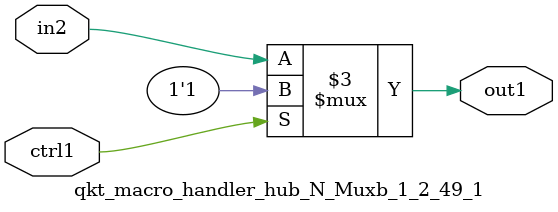
<source format=v>

`timescale 1ps / 1ps


module qkt_macro_handler_hub_N_Muxb_1_2_49_1( in2, ctrl1, out1 );

    input in2;
    input ctrl1;
    output out1;
    reg out1;

    
    // rtl_process:qkt_macro_handler_hub_N_Muxb_1_2_49_1/qkt_macro_handler_hub_N_Muxb_1_2_49_1_thread_1
    always @*
      begin : qkt_macro_handler_hub_N_Muxb_1_2_49_1_thread_1
        case (ctrl1) 
          1'b1: 
            begin
              out1 = 1'b1;
            end
          default: 
            begin
              out1 = in2;
            end
        endcase
      end

endmodule


</source>
